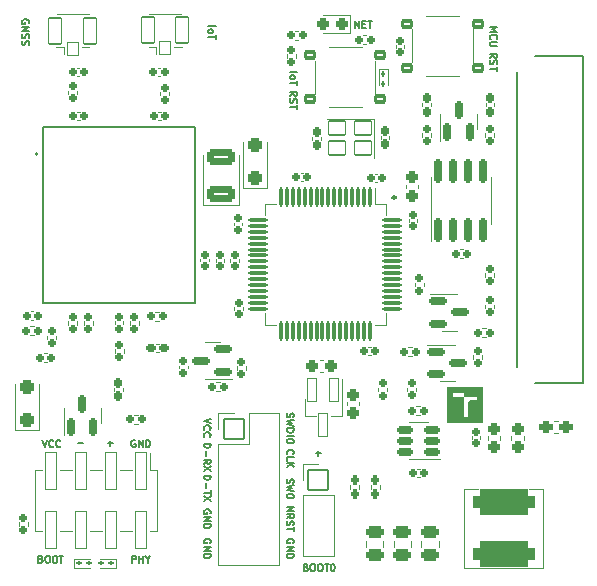
<source format=gbr>
%TF.GenerationSoftware,KiCad,Pcbnew,(7.0.0)*%
%TF.CreationDate,2023-03-16T22:42:37+01:00*%
%TF.ProjectId,iot_diagnostic_tool,696f745f-6469-4616-976e-6f737469635f,rev?*%
%TF.SameCoordinates,Original*%
%TF.FileFunction,Legend,Top*%
%TF.FilePolarity,Positive*%
%FSLAX46Y46*%
G04 Gerber Fmt 4.6, Leading zero omitted, Abs format (unit mm)*
G04 Created by KiCad (PCBNEW (7.0.0)) date 2023-03-16 22:42:37*
%MOMM*%
%LPD*%
G01*
G04 APERTURE LIST*
G04 Aperture macros list*
%AMRoundRect*
0 Rectangle with rounded corners*
0 $1 Rounding radius*
0 $2 $3 $4 $5 $6 $7 $8 $9 X,Y pos of 4 corners*
0 Add a 4 corners polygon primitive as box body*
4,1,4,$2,$3,$4,$5,$6,$7,$8,$9,$2,$3,0*
0 Add four circle primitives for the rounded corners*
1,1,$1+$1,$2,$3*
1,1,$1+$1,$4,$5*
1,1,$1+$1,$6,$7*
1,1,$1+$1,$8,$9*
0 Add four rect primitives between the rounded corners*
20,1,$1+$1,$2,$3,$4,$5,0*
20,1,$1+$1,$4,$5,$6,$7,0*
20,1,$1+$1,$6,$7,$8,$9,0*
20,1,$1+$1,$8,$9,$2,$3,0*%
G04 Aperture macros list end*
%ADD10C,0.275000*%
%ADD11C,0.150000*%
%ADD12C,0.120000*%
%ADD13C,0.127000*%
%ADD14C,0.200000*%
%ADD15C,0.711200*%
%ADD16C,0.836200*%
%ADD17C,0.010000*%
%ADD18RoundRect,0.185000X0.135000X0.185000X-0.135000X0.185000X-0.135000X-0.185000X0.135000X-0.185000X0*%
%ADD19RoundRect,0.185000X0.185000X-0.135000X0.185000X0.135000X-0.185000X0.135000X-0.185000X-0.135000X0*%
%ADD20RoundRect,0.185000X-0.135000X-0.185000X0.135000X-0.185000X0.135000X0.185000X-0.135000X0.185000X0*%
%ADD21RoundRect,0.268750X0.218750X0.256250X-0.218750X0.256250X-0.218750X-0.256250X0.218750X-0.256250X0*%
%ADD22RoundRect,0.190000X-0.140000X-0.170000X0.140000X-0.170000X0.140000X0.170000X-0.140000X0.170000X0*%
%ADD23RoundRect,0.190000X-0.170000X0.140000X-0.170000X-0.140000X0.170000X-0.140000X0.170000X0.140000X0*%
%ADD24RoundRect,0.190000X0.140000X0.170000X-0.140000X0.170000X-0.140000X-0.170000X0.140000X-0.170000X0*%
%ADD25RoundRect,0.050000X-0.400000X0.950000X-0.400000X-0.950000X0.400000X-0.950000X0.400000X0.950000X0*%
%ADD26RoundRect,0.205000X-0.155000X0.212500X-0.155000X-0.212500X0.155000X-0.212500X0.155000X0.212500X0*%
%ADD27RoundRect,0.205000X0.155000X-0.212500X0.155000X0.212500X-0.155000X0.212500X-0.155000X-0.212500X0*%
%ADD28RoundRect,0.275000X0.250000X-0.225000X0.250000X0.225000X-0.250000X0.225000X-0.250000X-0.225000X0*%
%ADD29RoundRect,0.575000X2.025000X-0.525000X2.025000X0.525000X-2.025000X0.525000X-2.025000X-0.525000X0*%
%ADD30RoundRect,0.050000X0.500000X-0.525000X0.500000X0.525000X-0.500000X0.525000X-0.500000X-0.525000X0*%
%ADD31RoundRect,0.050000X0.525000X-1.100000X0.525000X1.100000X-0.525000X1.100000X-0.525000X-1.100000X0*%
%ADD32RoundRect,0.185000X-0.185000X0.135000X-0.185000X-0.135000X0.185000X-0.135000X0.185000X0.135000X0*%
%ADD33RoundRect,0.210000X0.160000X-0.197500X0.160000X0.197500X-0.160000X0.197500X-0.160000X-0.197500X0*%
%ADD34RoundRect,0.190000X0.170000X-0.140000X0.170000X0.140000X-0.170000X0.140000X-0.170000X-0.140000X0*%
%ADD35RoundRect,0.112500X-0.117500X-0.062500X0.117500X-0.062500X0.117500X0.062500X-0.117500X0.062500X0*%
%ADD36RoundRect,0.200000X0.150000X-0.587500X0.150000X0.587500X-0.150000X0.587500X-0.150000X-0.587500X0*%
%ADD37RoundRect,0.050000X-0.500000X1.575000X-0.500000X-1.575000X0.500000X-1.575000X0.500000X1.575000X0*%
%ADD38RoundRect,0.162500X-0.387500X-0.262500X0.387500X-0.262500X0.387500X0.262500X-0.387500X0.262500X0*%
%ADD39C,1.370000*%
%ADD40RoundRect,0.275000X-0.250000X0.225000X-0.250000X-0.225000X0.250000X-0.225000X0.250000X0.225000X0*%
%ADD41RoundRect,0.300000X0.475000X-0.250000X0.475000X0.250000X-0.475000X0.250000X-0.475000X-0.250000X0*%
%ADD42RoundRect,0.050000X-0.850000X-0.850000X0.850000X-0.850000X0.850000X0.850000X-0.850000X0.850000X0*%
%ADD43O,1.800000X1.800000*%
%ADD44RoundRect,0.200000X-0.587500X-0.150000X0.587500X-0.150000X0.587500X0.150000X-0.587500X0.150000X0*%
%ADD45RoundRect,0.287500X0.287500X0.237500X-0.287500X0.237500X-0.287500X-0.237500X0.287500X-0.237500X0*%
%ADD46RoundRect,0.200000X0.587500X0.150000X-0.587500X0.150000X-0.587500X-0.150000X0.587500X-0.150000X0*%
%ADD47RoundRect,0.112500X0.117500X0.062500X-0.117500X0.062500X-0.117500X-0.062500X0.117500X-0.062500X0*%
%ADD48RoundRect,0.300000X0.300000X-0.300000X0.300000X0.300000X-0.300000X0.300000X-0.300000X-0.300000X0*%
%ADD49RoundRect,0.205000X-0.212500X-0.155000X0.212500X-0.155000X0.212500X0.155000X-0.212500X0.155000X0*%
%ADD50RoundRect,0.125000X-0.075000X0.700000X-0.075000X-0.700000X0.075000X-0.700000X0.075000X0.700000X0*%
%ADD51RoundRect,0.125000X-0.700000X0.075000X-0.700000X-0.075000X0.700000X-0.075000X0.700000X0.075000X0*%
%ADD52RoundRect,0.050000X0.700000X0.600000X-0.700000X0.600000X-0.700000X-0.600000X0.700000X-0.600000X0*%
%ADD53RoundRect,0.200000X0.512500X0.150000X-0.512500X0.150000X-0.512500X-0.150000X0.512500X-0.150000X0*%
%ADD54RoundRect,0.200000X0.150000X-0.825000X0.150000X0.825000X-0.150000X0.825000X-0.150000X-0.825000X0*%
%ADD55RoundRect,0.112500X0.062500X-0.117500X0.062500X0.117500X-0.062500X0.117500X-0.062500X-0.117500X0*%
%ADD56RoundRect,0.162500X0.387500X0.262500X-0.387500X0.262500X-0.387500X-0.262500X0.387500X-0.262500X0*%
%ADD57RoundRect,0.275000X-0.225000X-0.250000X0.225000X-0.250000X0.225000X0.250000X-0.225000X0.250000X0*%
%ADD58RoundRect,0.300000X0.925000X-0.412500X0.925000X0.412500X-0.925000X0.412500X-0.925000X-0.412500X0*%
%ADD59RoundRect,0.210000X-0.160000X0.197500X-0.160000X-0.197500X0.160000X-0.197500X0.160000X0.197500X0*%
%ADD60C,0.800000*%
G04 APERTURE END LIST*
D10*
X160087500Y-86700000D02*
G75*
G03*
X160087500Y-86700000I-137500J0D01*
G01*
D11*
X153757142Y-108359142D02*
X153300000Y-108359142D01*
X153528571Y-108130571D02*
X153528571Y-108587714D01*
X129002000Y-71957142D02*
X129030571Y-71900000D01*
X129030571Y-71900000D02*
X129030571Y-71814285D01*
X129030571Y-71814285D02*
X129002000Y-71728571D01*
X129002000Y-71728571D02*
X128944857Y-71671428D01*
X128944857Y-71671428D02*
X128887714Y-71642857D01*
X128887714Y-71642857D02*
X128773428Y-71614285D01*
X128773428Y-71614285D02*
X128687714Y-71614285D01*
X128687714Y-71614285D02*
X128573428Y-71642857D01*
X128573428Y-71642857D02*
X128516285Y-71671428D01*
X128516285Y-71671428D02*
X128459142Y-71728571D01*
X128459142Y-71728571D02*
X128430571Y-71814285D01*
X128430571Y-71814285D02*
X128430571Y-71871428D01*
X128430571Y-71871428D02*
X128459142Y-71957142D01*
X128459142Y-71957142D02*
X128487714Y-71985714D01*
X128487714Y-71985714D02*
X128687714Y-71985714D01*
X128687714Y-71985714D02*
X128687714Y-71871428D01*
X128430571Y-72242857D02*
X129030571Y-72242857D01*
X129030571Y-72242857D02*
X128430571Y-72585714D01*
X128430571Y-72585714D02*
X129030571Y-72585714D01*
X128459142Y-72842856D02*
X128430571Y-72928571D01*
X128430571Y-72928571D02*
X128430571Y-73071428D01*
X128430571Y-73071428D02*
X128459142Y-73128571D01*
X128459142Y-73128571D02*
X128487714Y-73157142D01*
X128487714Y-73157142D02*
X128544857Y-73185713D01*
X128544857Y-73185713D02*
X128602000Y-73185713D01*
X128602000Y-73185713D02*
X128659142Y-73157142D01*
X128659142Y-73157142D02*
X128687714Y-73128571D01*
X128687714Y-73128571D02*
X128716285Y-73071428D01*
X128716285Y-73071428D02*
X128744857Y-72957142D01*
X128744857Y-72957142D02*
X128773428Y-72899999D01*
X128773428Y-72899999D02*
X128802000Y-72871428D01*
X128802000Y-72871428D02*
X128859142Y-72842856D01*
X128859142Y-72842856D02*
X128916285Y-72842856D01*
X128916285Y-72842856D02*
X128973428Y-72871428D01*
X128973428Y-72871428D02*
X129002000Y-72899999D01*
X129002000Y-72899999D02*
X129030571Y-72957142D01*
X129030571Y-72957142D02*
X129030571Y-73099999D01*
X129030571Y-73099999D02*
X129002000Y-73185713D01*
X128459142Y-73414285D02*
X128430571Y-73500000D01*
X128430571Y-73500000D02*
X128430571Y-73642857D01*
X128430571Y-73642857D02*
X128459142Y-73700000D01*
X128459142Y-73700000D02*
X128487714Y-73728571D01*
X128487714Y-73728571D02*
X128544857Y-73757142D01*
X128544857Y-73757142D02*
X128602000Y-73757142D01*
X128602000Y-73757142D02*
X128659142Y-73728571D01*
X128659142Y-73728571D02*
X128687714Y-73700000D01*
X128687714Y-73700000D02*
X128716285Y-73642857D01*
X128716285Y-73642857D02*
X128744857Y-73528571D01*
X128744857Y-73528571D02*
X128773428Y-73471428D01*
X128773428Y-73471428D02*
X128802000Y-73442857D01*
X128802000Y-73442857D02*
X128859142Y-73414285D01*
X128859142Y-73414285D02*
X128916285Y-73414285D01*
X128916285Y-73414285D02*
X128973428Y-73442857D01*
X128973428Y-73442857D02*
X129002000Y-73471428D01*
X129002000Y-73471428D02*
X129030571Y-73528571D01*
X129030571Y-73528571D02*
X129030571Y-73671428D01*
X129030571Y-73671428D02*
X129002000Y-73757142D01*
X144230571Y-72192857D02*
X144830571Y-72192857D01*
X144230571Y-72564285D02*
X144259142Y-72507142D01*
X144259142Y-72507142D02*
X144287714Y-72478571D01*
X144287714Y-72478571D02*
X144344857Y-72449999D01*
X144344857Y-72449999D02*
X144516285Y-72449999D01*
X144516285Y-72449999D02*
X144573428Y-72478571D01*
X144573428Y-72478571D02*
X144602000Y-72507142D01*
X144602000Y-72507142D02*
X144630571Y-72564285D01*
X144630571Y-72564285D02*
X144630571Y-72649999D01*
X144630571Y-72649999D02*
X144602000Y-72707142D01*
X144602000Y-72707142D02*
X144573428Y-72735714D01*
X144573428Y-72735714D02*
X144516285Y-72764285D01*
X144516285Y-72764285D02*
X144344857Y-72764285D01*
X144344857Y-72764285D02*
X144287714Y-72735714D01*
X144287714Y-72735714D02*
X144259142Y-72707142D01*
X144259142Y-72707142D02*
X144230571Y-72649999D01*
X144230571Y-72649999D02*
X144230571Y-72564285D01*
X144830571Y-72935713D02*
X144830571Y-73278571D01*
X144230571Y-73107142D02*
X144830571Y-73107142D01*
X151130571Y-76092857D02*
X151730571Y-76092857D01*
X151130571Y-76464285D02*
X151159142Y-76407142D01*
X151159142Y-76407142D02*
X151187714Y-76378571D01*
X151187714Y-76378571D02*
X151244857Y-76349999D01*
X151244857Y-76349999D02*
X151416285Y-76349999D01*
X151416285Y-76349999D02*
X151473428Y-76378571D01*
X151473428Y-76378571D02*
X151502000Y-76407142D01*
X151502000Y-76407142D02*
X151530571Y-76464285D01*
X151530571Y-76464285D02*
X151530571Y-76549999D01*
X151530571Y-76549999D02*
X151502000Y-76607142D01*
X151502000Y-76607142D02*
X151473428Y-76635714D01*
X151473428Y-76635714D02*
X151416285Y-76664285D01*
X151416285Y-76664285D02*
X151244857Y-76664285D01*
X151244857Y-76664285D02*
X151187714Y-76635714D01*
X151187714Y-76635714D02*
X151159142Y-76607142D01*
X151159142Y-76607142D02*
X151130571Y-76549999D01*
X151130571Y-76549999D02*
X151130571Y-76464285D01*
X151730571Y-76835713D02*
X151730571Y-77178571D01*
X151130571Y-77007142D02*
X151730571Y-77007142D01*
X151130571Y-78081428D02*
X151416285Y-77881428D01*
X151130571Y-77738571D02*
X151730571Y-77738571D01*
X151730571Y-77738571D02*
X151730571Y-77967142D01*
X151730571Y-77967142D02*
X151702000Y-78024285D01*
X151702000Y-78024285D02*
X151673428Y-78052856D01*
X151673428Y-78052856D02*
X151616285Y-78081428D01*
X151616285Y-78081428D02*
X151530571Y-78081428D01*
X151530571Y-78081428D02*
X151473428Y-78052856D01*
X151473428Y-78052856D02*
X151444857Y-78024285D01*
X151444857Y-78024285D02*
X151416285Y-77967142D01*
X151416285Y-77967142D02*
X151416285Y-77738571D01*
X151159142Y-78309999D02*
X151130571Y-78395714D01*
X151130571Y-78395714D02*
X151130571Y-78538571D01*
X151130571Y-78538571D02*
X151159142Y-78595714D01*
X151159142Y-78595714D02*
X151187714Y-78624285D01*
X151187714Y-78624285D02*
X151244857Y-78652856D01*
X151244857Y-78652856D02*
X151302000Y-78652856D01*
X151302000Y-78652856D02*
X151359142Y-78624285D01*
X151359142Y-78624285D02*
X151387714Y-78595714D01*
X151387714Y-78595714D02*
X151416285Y-78538571D01*
X151416285Y-78538571D02*
X151444857Y-78424285D01*
X151444857Y-78424285D02*
X151473428Y-78367142D01*
X151473428Y-78367142D02*
X151502000Y-78338571D01*
X151502000Y-78338571D02*
X151559142Y-78309999D01*
X151559142Y-78309999D02*
X151616285Y-78309999D01*
X151616285Y-78309999D02*
X151673428Y-78338571D01*
X151673428Y-78338571D02*
X151702000Y-78367142D01*
X151702000Y-78367142D02*
X151730571Y-78424285D01*
X151730571Y-78424285D02*
X151730571Y-78567142D01*
X151730571Y-78567142D02*
X151702000Y-78652856D01*
X151730571Y-78824285D02*
X151730571Y-79167143D01*
X151130571Y-78995714D02*
X151730571Y-78995714D01*
X168080571Y-72242857D02*
X168680571Y-72242857D01*
X168680571Y-72242857D02*
X168252000Y-72442857D01*
X168252000Y-72442857D02*
X168680571Y-72642857D01*
X168680571Y-72642857D02*
X168080571Y-72642857D01*
X168137714Y-73271428D02*
X168109142Y-73242856D01*
X168109142Y-73242856D02*
X168080571Y-73157142D01*
X168080571Y-73157142D02*
X168080571Y-73099999D01*
X168080571Y-73099999D02*
X168109142Y-73014285D01*
X168109142Y-73014285D02*
X168166285Y-72957142D01*
X168166285Y-72957142D02*
X168223428Y-72928571D01*
X168223428Y-72928571D02*
X168337714Y-72899999D01*
X168337714Y-72899999D02*
X168423428Y-72899999D01*
X168423428Y-72899999D02*
X168537714Y-72928571D01*
X168537714Y-72928571D02*
X168594857Y-72957142D01*
X168594857Y-72957142D02*
X168652000Y-73014285D01*
X168652000Y-73014285D02*
X168680571Y-73099999D01*
X168680571Y-73099999D02*
X168680571Y-73157142D01*
X168680571Y-73157142D02*
X168652000Y-73242856D01*
X168652000Y-73242856D02*
X168623428Y-73271428D01*
X168680571Y-73528571D02*
X168194857Y-73528571D01*
X168194857Y-73528571D02*
X168137714Y-73557142D01*
X168137714Y-73557142D02*
X168109142Y-73585714D01*
X168109142Y-73585714D02*
X168080571Y-73642856D01*
X168080571Y-73642856D02*
X168080571Y-73757142D01*
X168080571Y-73757142D02*
X168109142Y-73814285D01*
X168109142Y-73814285D02*
X168137714Y-73842856D01*
X168137714Y-73842856D02*
X168194857Y-73871428D01*
X168194857Y-73871428D02*
X168680571Y-73871428D01*
X168080571Y-74859999D02*
X168366285Y-74659999D01*
X168080571Y-74517142D02*
X168680571Y-74517142D01*
X168680571Y-74517142D02*
X168680571Y-74745713D01*
X168680571Y-74745713D02*
X168652000Y-74802856D01*
X168652000Y-74802856D02*
X168623428Y-74831427D01*
X168623428Y-74831427D02*
X168566285Y-74859999D01*
X168566285Y-74859999D02*
X168480571Y-74859999D01*
X168480571Y-74859999D02*
X168423428Y-74831427D01*
X168423428Y-74831427D02*
X168394857Y-74802856D01*
X168394857Y-74802856D02*
X168366285Y-74745713D01*
X168366285Y-74745713D02*
X168366285Y-74517142D01*
X168109142Y-75088570D02*
X168080571Y-75174285D01*
X168080571Y-75174285D02*
X168080571Y-75317142D01*
X168080571Y-75317142D02*
X168109142Y-75374285D01*
X168109142Y-75374285D02*
X168137714Y-75402856D01*
X168137714Y-75402856D02*
X168194857Y-75431427D01*
X168194857Y-75431427D02*
X168252000Y-75431427D01*
X168252000Y-75431427D02*
X168309142Y-75402856D01*
X168309142Y-75402856D02*
X168337714Y-75374285D01*
X168337714Y-75374285D02*
X168366285Y-75317142D01*
X168366285Y-75317142D02*
X168394857Y-75202856D01*
X168394857Y-75202856D02*
X168423428Y-75145713D01*
X168423428Y-75145713D02*
X168452000Y-75117142D01*
X168452000Y-75117142D02*
X168509142Y-75088570D01*
X168509142Y-75088570D02*
X168566285Y-75088570D01*
X168566285Y-75088570D02*
X168623428Y-75117142D01*
X168623428Y-75117142D02*
X168652000Y-75145713D01*
X168652000Y-75145713D02*
X168680571Y-75202856D01*
X168680571Y-75202856D02*
X168680571Y-75345713D01*
X168680571Y-75345713D02*
X168652000Y-75431427D01*
X168680571Y-75602856D02*
X168680571Y-75945714D01*
X168080571Y-75774285D02*
X168680571Y-75774285D01*
X152492857Y-118015142D02*
X152578571Y-118043714D01*
X152578571Y-118043714D02*
X152607142Y-118072285D01*
X152607142Y-118072285D02*
X152635714Y-118129428D01*
X152635714Y-118129428D02*
X152635714Y-118215142D01*
X152635714Y-118215142D02*
X152607142Y-118272285D01*
X152607142Y-118272285D02*
X152578571Y-118300857D01*
X152578571Y-118300857D02*
X152521428Y-118329428D01*
X152521428Y-118329428D02*
X152292857Y-118329428D01*
X152292857Y-118329428D02*
X152292857Y-117729428D01*
X152292857Y-117729428D02*
X152492857Y-117729428D01*
X152492857Y-117729428D02*
X152550000Y-117758000D01*
X152550000Y-117758000D02*
X152578571Y-117786571D01*
X152578571Y-117786571D02*
X152607142Y-117843714D01*
X152607142Y-117843714D02*
X152607142Y-117900857D01*
X152607142Y-117900857D02*
X152578571Y-117958000D01*
X152578571Y-117958000D02*
X152550000Y-117986571D01*
X152550000Y-117986571D02*
X152492857Y-118015142D01*
X152492857Y-118015142D02*
X152292857Y-118015142D01*
X153007142Y-117729428D02*
X153121428Y-117729428D01*
X153121428Y-117729428D02*
X153178571Y-117758000D01*
X153178571Y-117758000D02*
X153235714Y-117815142D01*
X153235714Y-117815142D02*
X153264285Y-117929428D01*
X153264285Y-117929428D02*
X153264285Y-118129428D01*
X153264285Y-118129428D02*
X153235714Y-118243714D01*
X153235714Y-118243714D02*
X153178571Y-118300857D01*
X153178571Y-118300857D02*
X153121428Y-118329428D01*
X153121428Y-118329428D02*
X153007142Y-118329428D01*
X153007142Y-118329428D02*
X152950000Y-118300857D01*
X152950000Y-118300857D02*
X152892857Y-118243714D01*
X152892857Y-118243714D02*
X152864285Y-118129428D01*
X152864285Y-118129428D02*
X152864285Y-117929428D01*
X152864285Y-117929428D02*
X152892857Y-117815142D01*
X152892857Y-117815142D02*
X152950000Y-117758000D01*
X152950000Y-117758000D02*
X153007142Y-117729428D01*
X153635713Y-117729428D02*
X153749999Y-117729428D01*
X153749999Y-117729428D02*
X153807142Y-117758000D01*
X153807142Y-117758000D02*
X153864285Y-117815142D01*
X153864285Y-117815142D02*
X153892856Y-117929428D01*
X153892856Y-117929428D02*
X153892856Y-118129428D01*
X153892856Y-118129428D02*
X153864285Y-118243714D01*
X153864285Y-118243714D02*
X153807142Y-118300857D01*
X153807142Y-118300857D02*
X153749999Y-118329428D01*
X153749999Y-118329428D02*
X153635713Y-118329428D01*
X153635713Y-118329428D02*
X153578571Y-118300857D01*
X153578571Y-118300857D02*
X153521428Y-118243714D01*
X153521428Y-118243714D02*
X153492856Y-118129428D01*
X153492856Y-118129428D02*
X153492856Y-117929428D01*
X153492856Y-117929428D02*
X153521428Y-117815142D01*
X153521428Y-117815142D02*
X153578571Y-117758000D01*
X153578571Y-117758000D02*
X153635713Y-117729428D01*
X154064284Y-117729428D02*
X154407142Y-117729428D01*
X154235713Y-118329428D02*
X154235713Y-117729428D01*
X154721427Y-117729428D02*
X154778570Y-117729428D01*
X154778570Y-117729428D02*
X154835713Y-117758000D01*
X154835713Y-117758000D02*
X154864285Y-117786571D01*
X154864285Y-117786571D02*
X154892856Y-117843714D01*
X154892856Y-117843714D02*
X154921427Y-117958000D01*
X154921427Y-117958000D02*
X154921427Y-118100857D01*
X154921427Y-118100857D02*
X154892856Y-118215142D01*
X154892856Y-118215142D02*
X154864285Y-118272285D01*
X154864285Y-118272285D02*
X154835713Y-118300857D01*
X154835713Y-118300857D02*
X154778570Y-118329428D01*
X154778570Y-118329428D02*
X154721427Y-118329428D01*
X154721427Y-118329428D02*
X154664285Y-118300857D01*
X154664285Y-118300857D02*
X154635713Y-118272285D01*
X154635713Y-118272285D02*
X154607142Y-118215142D01*
X154607142Y-118215142D02*
X154578570Y-118100857D01*
X154578570Y-118100857D02*
X154578570Y-117958000D01*
X154578570Y-117958000D02*
X154607142Y-117843714D01*
X154607142Y-117843714D02*
X154635713Y-117786571D01*
X154635713Y-117786571D02*
X154664285Y-117758000D01*
X154664285Y-117758000D02*
X154721427Y-117729428D01*
X156642857Y-72319428D02*
X156642857Y-71719428D01*
X156642857Y-71719428D02*
X156985714Y-72319428D01*
X156985714Y-72319428D02*
X156985714Y-71719428D01*
X157271428Y-72005142D02*
X157471428Y-72005142D01*
X157557142Y-72319428D02*
X157271428Y-72319428D01*
X157271428Y-72319428D02*
X157271428Y-71719428D01*
X157271428Y-71719428D02*
X157557142Y-71719428D01*
X157728570Y-71719428D02*
X158071428Y-71719428D01*
X157899999Y-72319428D02*
X157899999Y-71719428D01*
X130157142Y-107219428D02*
X130357142Y-107819428D01*
X130357142Y-107819428D02*
X130557142Y-107219428D01*
X131100000Y-107762285D02*
X131071428Y-107790857D01*
X131071428Y-107790857D02*
X130985714Y-107819428D01*
X130985714Y-107819428D02*
X130928571Y-107819428D01*
X130928571Y-107819428D02*
X130842857Y-107790857D01*
X130842857Y-107790857D02*
X130785714Y-107733714D01*
X130785714Y-107733714D02*
X130757143Y-107676571D01*
X130757143Y-107676571D02*
X130728571Y-107562285D01*
X130728571Y-107562285D02*
X130728571Y-107476571D01*
X130728571Y-107476571D02*
X130757143Y-107362285D01*
X130757143Y-107362285D02*
X130785714Y-107305142D01*
X130785714Y-107305142D02*
X130842857Y-107248000D01*
X130842857Y-107248000D02*
X130928571Y-107219428D01*
X130928571Y-107219428D02*
X130985714Y-107219428D01*
X130985714Y-107219428D02*
X131071428Y-107248000D01*
X131071428Y-107248000D02*
X131100000Y-107276571D01*
X131700000Y-107762285D02*
X131671428Y-107790857D01*
X131671428Y-107790857D02*
X131585714Y-107819428D01*
X131585714Y-107819428D02*
X131528571Y-107819428D01*
X131528571Y-107819428D02*
X131442857Y-107790857D01*
X131442857Y-107790857D02*
X131385714Y-107733714D01*
X131385714Y-107733714D02*
X131357143Y-107676571D01*
X131357143Y-107676571D02*
X131328571Y-107562285D01*
X131328571Y-107562285D02*
X131328571Y-107476571D01*
X131328571Y-107476571D02*
X131357143Y-107362285D01*
X131357143Y-107362285D02*
X131385714Y-107305142D01*
X131385714Y-107305142D02*
X131442857Y-107248000D01*
X131442857Y-107248000D02*
X131528571Y-107219428D01*
X131528571Y-107219428D02*
X131585714Y-107219428D01*
X131585714Y-107219428D02*
X131671428Y-107248000D01*
X131671428Y-107248000D02*
X131700000Y-107276571D01*
X150912714Y-108435714D02*
X150884142Y-108407142D01*
X150884142Y-108407142D02*
X150855571Y-108321428D01*
X150855571Y-108321428D02*
X150855571Y-108264285D01*
X150855571Y-108264285D02*
X150884142Y-108178571D01*
X150884142Y-108178571D02*
X150941285Y-108121428D01*
X150941285Y-108121428D02*
X150998428Y-108092857D01*
X150998428Y-108092857D02*
X151112714Y-108064285D01*
X151112714Y-108064285D02*
X151198428Y-108064285D01*
X151198428Y-108064285D02*
X151312714Y-108092857D01*
X151312714Y-108092857D02*
X151369857Y-108121428D01*
X151369857Y-108121428D02*
X151427000Y-108178571D01*
X151427000Y-108178571D02*
X151455571Y-108264285D01*
X151455571Y-108264285D02*
X151455571Y-108321428D01*
X151455571Y-108321428D02*
X151427000Y-108407142D01*
X151427000Y-108407142D02*
X151398428Y-108435714D01*
X150855571Y-108978571D02*
X150855571Y-108692857D01*
X150855571Y-108692857D02*
X151455571Y-108692857D01*
X150855571Y-109178571D02*
X151455571Y-109178571D01*
X150855571Y-109521428D02*
X151198428Y-109264285D01*
X151455571Y-109521428D02*
X151112714Y-109178571D01*
X144430571Y-105407142D02*
X143830571Y-105607142D01*
X143830571Y-105607142D02*
X144430571Y-105807142D01*
X143887714Y-106350000D02*
X143859142Y-106321428D01*
X143859142Y-106321428D02*
X143830571Y-106235714D01*
X143830571Y-106235714D02*
X143830571Y-106178571D01*
X143830571Y-106178571D02*
X143859142Y-106092857D01*
X143859142Y-106092857D02*
X143916285Y-106035714D01*
X143916285Y-106035714D02*
X143973428Y-106007143D01*
X143973428Y-106007143D02*
X144087714Y-105978571D01*
X144087714Y-105978571D02*
X144173428Y-105978571D01*
X144173428Y-105978571D02*
X144287714Y-106007143D01*
X144287714Y-106007143D02*
X144344857Y-106035714D01*
X144344857Y-106035714D02*
X144402000Y-106092857D01*
X144402000Y-106092857D02*
X144430571Y-106178571D01*
X144430571Y-106178571D02*
X144430571Y-106235714D01*
X144430571Y-106235714D02*
X144402000Y-106321428D01*
X144402000Y-106321428D02*
X144373428Y-106350000D01*
X143887714Y-106950000D02*
X143859142Y-106921428D01*
X143859142Y-106921428D02*
X143830571Y-106835714D01*
X143830571Y-106835714D02*
X143830571Y-106778571D01*
X143830571Y-106778571D02*
X143859142Y-106692857D01*
X143859142Y-106692857D02*
X143916285Y-106635714D01*
X143916285Y-106635714D02*
X143973428Y-106607143D01*
X143973428Y-106607143D02*
X144087714Y-106578571D01*
X144087714Y-106578571D02*
X144173428Y-106578571D01*
X144173428Y-106578571D02*
X144287714Y-106607143D01*
X144287714Y-106607143D02*
X144344857Y-106635714D01*
X144344857Y-106635714D02*
X144402000Y-106692857D01*
X144402000Y-106692857D02*
X144430571Y-106778571D01*
X144430571Y-106778571D02*
X144430571Y-106835714D01*
X144430571Y-106835714D02*
X144402000Y-106921428D01*
X144402000Y-106921428D02*
X144373428Y-106950000D01*
X144402000Y-113432142D02*
X144430571Y-113375000D01*
X144430571Y-113375000D02*
X144430571Y-113289285D01*
X144430571Y-113289285D02*
X144402000Y-113203571D01*
X144402000Y-113203571D02*
X144344857Y-113146428D01*
X144344857Y-113146428D02*
X144287714Y-113117857D01*
X144287714Y-113117857D02*
X144173428Y-113089285D01*
X144173428Y-113089285D02*
X144087714Y-113089285D01*
X144087714Y-113089285D02*
X143973428Y-113117857D01*
X143973428Y-113117857D02*
X143916285Y-113146428D01*
X143916285Y-113146428D02*
X143859142Y-113203571D01*
X143859142Y-113203571D02*
X143830571Y-113289285D01*
X143830571Y-113289285D02*
X143830571Y-113346428D01*
X143830571Y-113346428D02*
X143859142Y-113432142D01*
X143859142Y-113432142D02*
X143887714Y-113460714D01*
X143887714Y-113460714D02*
X144087714Y-113460714D01*
X144087714Y-113460714D02*
X144087714Y-113346428D01*
X143830571Y-113717857D02*
X144430571Y-113717857D01*
X144430571Y-113717857D02*
X143830571Y-114060714D01*
X143830571Y-114060714D02*
X144430571Y-114060714D01*
X143830571Y-114346428D02*
X144430571Y-114346428D01*
X144430571Y-114346428D02*
X144430571Y-114489285D01*
X144430571Y-114489285D02*
X144402000Y-114574999D01*
X144402000Y-114574999D02*
X144344857Y-114632142D01*
X144344857Y-114632142D02*
X144287714Y-114660713D01*
X144287714Y-114660713D02*
X144173428Y-114689285D01*
X144173428Y-114689285D02*
X144087714Y-114689285D01*
X144087714Y-114689285D02*
X143973428Y-114660713D01*
X143973428Y-114660713D02*
X143916285Y-114632142D01*
X143916285Y-114632142D02*
X143859142Y-114574999D01*
X143859142Y-114574999D02*
X143830571Y-114489285D01*
X143830571Y-114489285D02*
X143830571Y-114346428D01*
X136157142Y-107509142D02*
X135700000Y-107509142D01*
X135928571Y-107280571D02*
X135928571Y-107737714D01*
X133614285Y-107509142D02*
X133157143Y-107509142D01*
X143830571Y-110242857D02*
X144430571Y-110242857D01*
X144430571Y-110242857D02*
X144430571Y-110385714D01*
X144430571Y-110385714D02*
X144402000Y-110471428D01*
X144402000Y-110471428D02*
X144344857Y-110528571D01*
X144344857Y-110528571D02*
X144287714Y-110557142D01*
X144287714Y-110557142D02*
X144173428Y-110585714D01*
X144173428Y-110585714D02*
X144087714Y-110585714D01*
X144087714Y-110585714D02*
X143973428Y-110557142D01*
X143973428Y-110557142D02*
X143916285Y-110528571D01*
X143916285Y-110528571D02*
X143859142Y-110471428D01*
X143859142Y-110471428D02*
X143830571Y-110385714D01*
X143830571Y-110385714D02*
X143830571Y-110242857D01*
X144059142Y-110842857D02*
X144059142Y-111300000D01*
X144430571Y-111499999D02*
X144430571Y-111842857D01*
X143830571Y-111671428D02*
X144430571Y-111671428D01*
X144430571Y-111985714D02*
X143830571Y-112385714D01*
X144430571Y-112385714D02*
X143830571Y-111985714D01*
X137742857Y-117619428D02*
X137742857Y-117019428D01*
X137742857Y-117019428D02*
X137971428Y-117019428D01*
X137971428Y-117019428D02*
X138028571Y-117048000D01*
X138028571Y-117048000D02*
X138057142Y-117076571D01*
X138057142Y-117076571D02*
X138085714Y-117133714D01*
X138085714Y-117133714D02*
X138085714Y-117219428D01*
X138085714Y-117219428D02*
X138057142Y-117276571D01*
X138057142Y-117276571D02*
X138028571Y-117305142D01*
X138028571Y-117305142D02*
X137971428Y-117333714D01*
X137971428Y-117333714D02*
X137742857Y-117333714D01*
X138342857Y-117619428D02*
X138342857Y-117019428D01*
X138342857Y-117305142D02*
X138685714Y-117305142D01*
X138685714Y-117619428D02*
X138685714Y-117019428D01*
X139085713Y-117333714D02*
X139085713Y-117619428D01*
X138885713Y-117019428D02*
X139085713Y-117333714D01*
X139085713Y-117333714D02*
X139285713Y-117019428D01*
X143830571Y-107542857D02*
X144430571Y-107542857D01*
X144430571Y-107542857D02*
X144430571Y-107685714D01*
X144430571Y-107685714D02*
X144402000Y-107771428D01*
X144402000Y-107771428D02*
X144344857Y-107828571D01*
X144344857Y-107828571D02*
X144287714Y-107857142D01*
X144287714Y-107857142D02*
X144173428Y-107885714D01*
X144173428Y-107885714D02*
X144087714Y-107885714D01*
X144087714Y-107885714D02*
X143973428Y-107857142D01*
X143973428Y-107857142D02*
X143916285Y-107828571D01*
X143916285Y-107828571D02*
X143859142Y-107771428D01*
X143859142Y-107771428D02*
X143830571Y-107685714D01*
X143830571Y-107685714D02*
X143830571Y-107542857D01*
X144059142Y-108142857D02*
X144059142Y-108600000D01*
X143830571Y-109228571D02*
X144116285Y-109028571D01*
X143830571Y-108885714D02*
X144430571Y-108885714D01*
X144430571Y-108885714D02*
X144430571Y-109114285D01*
X144430571Y-109114285D02*
X144402000Y-109171428D01*
X144402000Y-109171428D02*
X144373428Y-109199999D01*
X144373428Y-109199999D02*
X144316285Y-109228571D01*
X144316285Y-109228571D02*
X144230571Y-109228571D01*
X144230571Y-109228571D02*
X144173428Y-109199999D01*
X144173428Y-109199999D02*
X144144857Y-109171428D01*
X144144857Y-109171428D02*
X144116285Y-109114285D01*
X144116285Y-109114285D02*
X144116285Y-108885714D01*
X144430571Y-109428571D02*
X143830571Y-109828571D01*
X144430571Y-109828571D02*
X143830571Y-109428571D01*
X151427000Y-115957142D02*
X151455571Y-115900000D01*
X151455571Y-115900000D02*
X151455571Y-115814285D01*
X151455571Y-115814285D02*
X151427000Y-115728571D01*
X151427000Y-115728571D02*
X151369857Y-115671428D01*
X151369857Y-115671428D02*
X151312714Y-115642857D01*
X151312714Y-115642857D02*
X151198428Y-115614285D01*
X151198428Y-115614285D02*
X151112714Y-115614285D01*
X151112714Y-115614285D02*
X150998428Y-115642857D01*
X150998428Y-115642857D02*
X150941285Y-115671428D01*
X150941285Y-115671428D02*
X150884142Y-115728571D01*
X150884142Y-115728571D02*
X150855571Y-115814285D01*
X150855571Y-115814285D02*
X150855571Y-115871428D01*
X150855571Y-115871428D02*
X150884142Y-115957142D01*
X150884142Y-115957142D02*
X150912714Y-115985714D01*
X150912714Y-115985714D02*
X151112714Y-115985714D01*
X151112714Y-115985714D02*
X151112714Y-115871428D01*
X150855571Y-116242857D02*
X151455571Y-116242857D01*
X151455571Y-116242857D02*
X150855571Y-116585714D01*
X150855571Y-116585714D02*
X151455571Y-116585714D01*
X150855571Y-116871428D02*
X151455571Y-116871428D01*
X151455571Y-116871428D02*
X151455571Y-117014285D01*
X151455571Y-117014285D02*
X151427000Y-117099999D01*
X151427000Y-117099999D02*
X151369857Y-117157142D01*
X151369857Y-117157142D02*
X151312714Y-117185713D01*
X151312714Y-117185713D02*
X151198428Y-117214285D01*
X151198428Y-117214285D02*
X151112714Y-117214285D01*
X151112714Y-117214285D02*
X150998428Y-117185713D01*
X150998428Y-117185713D02*
X150941285Y-117157142D01*
X150941285Y-117157142D02*
X150884142Y-117099999D01*
X150884142Y-117099999D02*
X150855571Y-117014285D01*
X150855571Y-117014285D02*
X150855571Y-116871428D01*
X150855571Y-112892857D02*
X151455571Y-112892857D01*
X151455571Y-112892857D02*
X150855571Y-113235714D01*
X150855571Y-113235714D02*
X151455571Y-113235714D01*
X150855571Y-113864285D02*
X151141285Y-113664285D01*
X150855571Y-113521428D02*
X151455571Y-113521428D01*
X151455571Y-113521428D02*
X151455571Y-113749999D01*
X151455571Y-113749999D02*
X151427000Y-113807142D01*
X151427000Y-113807142D02*
X151398428Y-113835713D01*
X151398428Y-113835713D02*
X151341285Y-113864285D01*
X151341285Y-113864285D02*
X151255571Y-113864285D01*
X151255571Y-113864285D02*
X151198428Y-113835713D01*
X151198428Y-113835713D02*
X151169857Y-113807142D01*
X151169857Y-113807142D02*
X151141285Y-113749999D01*
X151141285Y-113749999D02*
X151141285Y-113521428D01*
X150884142Y-114092856D02*
X150855571Y-114178571D01*
X150855571Y-114178571D02*
X150855571Y-114321428D01*
X150855571Y-114321428D02*
X150884142Y-114378571D01*
X150884142Y-114378571D02*
X150912714Y-114407142D01*
X150912714Y-114407142D02*
X150969857Y-114435713D01*
X150969857Y-114435713D02*
X151027000Y-114435713D01*
X151027000Y-114435713D02*
X151084142Y-114407142D01*
X151084142Y-114407142D02*
X151112714Y-114378571D01*
X151112714Y-114378571D02*
X151141285Y-114321428D01*
X151141285Y-114321428D02*
X151169857Y-114207142D01*
X151169857Y-114207142D02*
X151198428Y-114149999D01*
X151198428Y-114149999D02*
X151227000Y-114121428D01*
X151227000Y-114121428D02*
X151284142Y-114092856D01*
X151284142Y-114092856D02*
X151341285Y-114092856D01*
X151341285Y-114092856D02*
X151398428Y-114121428D01*
X151398428Y-114121428D02*
X151427000Y-114149999D01*
X151427000Y-114149999D02*
X151455571Y-114207142D01*
X151455571Y-114207142D02*
X151455571Y-114349999D01*
X151455571Y-114349999D02*
X151427000Y-114435713D01*
X151455571Y-114607142D02*
X151455571Y-114950000D01*
X150855571Y-114778571D02*
X151455571Y-114778571D01*
X150884142Y-104964285D02*
X150855571Y-105050000D01*
X150855571Y-105050000D02*
X150855571Y-105192857D01*
X150855571Y-105192857D02*
X150884142Y-105250000D01*
X150884142Y-105250000D02*
X150912714Y-105278571D01*
X150912714Y-105278571D02*
X150969857Y-105307142D01*
X150969857Y-105307142D02*
X151027000Y-105307142D01*
X151027000Y-105307142D02*
X151084142Y-105278571D01*
X151084142Y-105278571D02*
X151112714Y-105250000D01*
X151112714Y-105250000D02*
X151141285Y-105192857D01*
X151141285Y-105192857D02*
X151169857Y-105078571D01*
X151169857Y-105078571D02*
X151198428Y-105021428D01*
X151198428Y-105021428D02*
X151227000Y-104992857D01*
X151227000Y-104992857D02*
X151284142Y-104964285D01*
X151284142Y-104964285D02*
X151341285Y-104964285D01*
X151341285Y-104964285D02*
X151398428Y-104992857D01*
X151398428Y-104992857D02*
X151427000Y-105021428D01*
X151427000Y-105021428D02*
X151455571Y-105078571D01*
X151455571Y-105078571D02*
X151455571Y-105221428D01*
X151455571Y-105221428D02*
X151427000Y-105307142D01*
X151455571Y-105507143D02*
X150855571Y-105650000D01*
X150855571Y-105650000D02*
X151284142Y-105764286D01*
X151284142Y-105764286D02*
X150855571Y-105878571D01*
X150855571Y-105878571D02*
X151455571Y-106021429D01*
X150855571Y-106250000D02*
X151455571Y-106250000D01*
X151455571Y-106250000D02*
X151455571Y-106392857D01*
X151455571Y-106392857D02*
X151427000Y-106478571D01*
X151427000Y-106478571D02*
X151369857Y-106535714D01*
X151369857Y-106535714D02*
X151312714Y-106564285D01*
X151312714Y-106564285D02*
X151198428Y-106592857D01*
X151198428Y-106592857D02*
X151112714Y-106592857D01*
X151112714Y-106592857D02*
X150998428Y-106564285D01*
X150998428Y-106564285D02*
X150941285Y-106535714D01*
X150941285Y-106535714D02*
X150884142Y-106478571D01*
X150884142Y-106478571D02*
X150855571Y-106392857D01*
X150855571Y-106392857D02*
X150855571Y-106250000D01*
X150855571Y-106850000D02*
X151455571Y-106850000D01*
X151455571Y-107249999D02*
X151455571Y-107364285D01*
X151455571Y-107364285D02*
X151427000Y-107421428D01*
X151427000Y-107421428D02*
X151369857Y-107478571D01*
X151369857Y-107478571D02*
X151255571Y-107507142D01*
X151255571Y-107507142D02*
X151055571Y-107507142D01*
X151055571Y-107507142D02*
X150941285Y-107478571D01*
X150941285Y-107478571D02*
X150884142Y-107421428D01*
X150884142Y-107421428D02*
X150855571Y-107364285D01*
X150855571Y-107364285D02*
X150855571Y-107249999D01*
X150855571Y-107249999D02*
X150884142Y-107192857D01*
X150884142Y-107192857D02*
X150941285Y-107135714D01*
X150941285Y-107135714D02*
X151055571Y-107107142D01*
X151055571Y-107107142D02*
X151255571Y-107107142D01*
X151255571Y-107107142D02*
X151369857Y-107135714D01*
X151369857Y-107135714D02*
X151427000Y-107192857D01*
X151427000Y-107192857D02*
X151455571Y-107249999D01*
X150884142Y-110514285D02*
X150855571Y-110600000D01*
X150855571Y-110600000D02*
X150855571Y-110742857D01*
X150855571Y-110742857D02*
X150884142Y-110800000D01*
X150884142Y-110800000D02*
X150912714Y-110828571D01*
X150912714Y-110828571D02*
X150969857Y-110857142D01*
X150969857Y-110857142D02*
X151027000Y-110857142D01*
X151027000Y-110857142D02*
X151084142Y-110828571D01*
X151084142Y-110828571D02*
X151112714Y-110800000D01*
X151112714Y-110800000D02*
X151141285Y-110742857D01*
X151141285Y-110742857D02*
X151169857Y-110628571D01*
X151169857Y-110628571D02*
X151198428Y-110571428D01*
X151198428Y-110571428D02*
X151227000Y-110542857D01*
X151227000Y-110542857D02*
X151284142Y-110514285D01*
X151284142Y-110514285D02*
X151341285Y-110514285D01*
X151341285Y-110514285D02*
X151398428Y-110542857D01*
X151398428Y-110542857D02*
X151427000Y-110571428D01*
X151427000Y-110571428D02*
X151455571Y-110628571D01*
X151455571Y-110628571D02*
X151455571Y-110771428D01*
X151455571Y-110771428D02*
X151427000Y-110857142D01*
X151455571Y-111057143D02*
X150855571Y-111200000D01*
X150855571Y-111200000D02*
X151284142Y-111314286D01*
X151284142Y-111314286D02*
X150855571Y-111428571D01*
X150855571Y-111428571D02*
X151455571Y-111571429D01*
X151455571Y-111914285D02*
X151455571Y-112028571D01*
X151455571Y-112028571D02*
X151427000Y-112085714D01*
X151427000Y-112085714D02*
X151369857Y-112142857D01*
X151369857Y-112142857D02*
X151255571Y-112171428D01*
X151255571Y-112171428D02*
X151055571Y-112171428D01*
X151055571Y-112171428D02*
X150941285Y-112142857D01*
X150941285Y-112142857D02*
X150884142Y-112085714D01*
X150884142Y-112085714D02*
X150855571Y-112028571D01*
X150855571Y-112028571D02*
X150855571Y-111914285D01*
X150855571Y-111914285D02*
X150884142Y-111857143D01*
X150884142Y-111857143D02*
X150941285Y-111800000D01*
X150941285Y-111800000D02*
X151055571Y-111771428D01*
X151055571Y-111771428D02*
X151255571Y-111771428D01*
X151255571Y-111771428D02*
X151369857Y-111800000D01*
X151369857Y-111800000D02*
X151427000Y-111857143D01*
X151427000Y-111857143D02*
X151455571Y-111914285D01*
X138032142Y-107248000D02*
X137975000Y-107219428D01*
X137975000Y-107219428D02*
X137889285Y-107219428D01*
X137889285Y-107219428D02*
X137803571Y-107248000D01*
X137803571Y-107248000D02*
X137746428Y-107305142D01*
X137746428Y-107305142D02*
X137717857Y-107362285D01*
X137717857Y-107362285D02*
X137689285Y-107476571D01*
X137689285Y-107476571D02*
X137689285Y-107562285D01*
X137689285Y-107562285D02*
X137717857Y-107676571D01*
X137717857Y-107676571D02*
X137746428Y-107733714D01*
X137746428Y-107733714D02*
X137803571Y-107790857D01*
X137803571Y-107790857D02*
X137889285Y-107819428D01*
X137889285Y-107819428D02*
X137946428Y-107819428D01*
X137946428Y-107819428D02*
X138032142Y-107790857D01*
X138032142Y-107790857D02*
X138060714Y-107762285D01*
X138060714Y-107762285D02*
X138060714Y-107562285D01*
X138060714Y-107562285D02*
X137946428Y-107562285D01*
X138317857Y-107819428D02*
X138317857Y-107219428D01*
X138317857Y-107219428D02*
X138660714Y-107819428D01*
X138660714Y-107819428D02*
X138660714Y-107219428D01*
X138946428Y-107819428D02*
X138946428Y-107219428D01*
X138946428Y-107219428D02*
X139089285Y-107219428D01*
X139089285Y-107219428D02*
X139174999Y-107248000D01*
X139174999Y-107248000D02*
X139232142Y-107305142D01*
X139232142Y-107305142D02*
X139260713Y-107362285D01*
X139260713Y-107362285D02*
X139289285Y-107476571D01*
X139289285Y-107476571D02*
X139289285Y-107562285D01*
X139289285Y-107562285D02*
X139260713Y-107676571D01*
X139260713Y-107676571D02*
X139232142Y-107733714D01*
X139232142Y-107733714D02*
X139174999Y-107790857D01*
X139174999Y-107790857D02*
X139089285Y-107819428D01*
X139089285Y-107819428D02*
X138946428Y-107819428D01*
X144402000Y-115957142D02*
X144430571Y-115900000D01*
X144430571Y-115900000D02*
X144430571Y-115814285D01*
X144430571Y-115814285D02*
X144402000Y-115728571D01*
X144402000Y-115728571D02*
X144344857Y-115671428D01*
X144344857Y-115671428D02*
X144287714Y-115642857D01*
X144287714Y-115642857D02*
X144173428Y-115614285D01*
X144173428Y-115614285D02*
X144087714Y-115614285D01*
X144087714Y-115614285D02*
X143973428Y-115642857D01*
X143973428Y-115642857D02*
X143916285Y-115671428D01*
X143916285Y-115671428D02*
X143859142Y-115728571D01*
X143859142Y-115728571D02*
X143830571Y-115814285D01*
X143830571Y-115814285D02*
X143830571Y-115871428D01*
X143830571Y-115871428D02*
X143859142Y-115957142D01*
X143859142Y-115957142D02*
X143887714Y-115985714D01*
X143887714Y-115985714D02*
X144087714Y-115985714D01*
X144087714Y-115985714D02*
X144087714Y-115871428D01*
X143830571Y-116242857D02*
X144430571Y-116242857D01*
X144430571Y-116242857D02*
X143830571Y-116585714D01*
X143830571Y-116585714D02*
X144430571Y-116585714D01*
X143830571Y-116871428D02*
X144430571Y-116871428D01*
X144430571Y-116871428D02*
X144430571Y-117014285D01*
X144430571Y-117014285D02*
X144402000Y-117099999D01*
X144402000Y-117099999D02*
X144344857Y-117157142D01*
X144344857Y-117157142D02*
X144287714Y-117185713D01*
X144287714Y-117185713D02*
X144173428Y-117214285D01*
X144173428Y-117214285D02*
X144087714Y-117214285D01*
X144087714Y-117214285D02*
X143973428Y-117185713D01*
X143973428Y-117185713D02*
X143916285Y-117157142D01*
X143916285Y-117157142D02*
X143859142Y-117099999D01*
X143859142Y-117099999D02*
X143830571Y-117014285D01*
X143830571Y-117014285D02*
X143830571Y-116871428D01*
X130042857Y-117305142D02*
X130128571Y-117333714D01*
X130128571Y-117333714D02*
X130157142Y-117362285D01*
X130157142Y-117362285D02*
X130185714Y-117419428D01*
X130185714Y-117419428D02*
X130185714Y-117505142D01*
X130185714Y-117505142D02*
X130157142Y-117562285D01*
X130157142Y-117562285D02*
X130128571Y-117590857D01*
X130128571Y-117590857D02*
X130071428Y-117619428D01*
X130071428Y-117619428D02*
X129842857Y-117619428D01*
X129842857Y-117619428D02*
X129842857Y-117019428D01*
X129842857Y-117019428D02*
X130042857Y-117019428D01*
X130042857Y-117019428D02*
X130100000Y-117048000D01*
X130100000Y-117048000D02*
X130128571Y-117076571D01*
X130128571Y-117076571D02*
X130157142Y-117133714D01*
X130157142Y-117133714D02*
X130157142Y-117190857D01*
X130157142Y-117190857D02*
X130128571Y-117248000D01*
X130128571Y-117248000D02*
X130100000Y-117276571D01*
X130100000Y-117276571D02*
X130042857Y-117305142D01*
X130042857Y-117305142D02*
X129842857Y-117305142D01*
X130557142Y-117019428D02*
X130671428Y-117019428D01*
X130671428Y-117019428D02*
X130728571Y-117048000D01*
X130728571Y-117048000D02*
X130785714Y-117105142D01*
X130785714Y-117105142D02*
X130814285Y-117219428D01*
X130814285Y-117219428D02*
X130814285Y-117419428D01*
X130814285Y-117419428D02*
X130785714Y-117533714D01*
X130785714Y-117533714D02*
X130728571Y-117590857D01*
X130728571Y-117590857D02*
X130671428Y-117619428D01*
X130671428Y-117619428D02*
X130557142Y-117619428D01*
X130557142Y-117619428D02*
X130500000Y-117590857D01*
X130500000Y-117590857D02*
X130442857Y-117533714D01*
X130442857Y-117533714D02*
X130414285Y-117419428D01*
X130414285Y-117419428D02*
X130414285Y-117219428D01*
X130414285Y-117219428D02*
X130442857Y-117105142D01*
X130442857Y-117105142D02*
X130500000Y-117048000D01*
X130500000Y-117048000D02*
X130557142Y-117019428D01*
X131185713Y-117019428D02*
X131299999Y-117019428D01*
X131299999Y-117019428D02*
X131357142Y-117048000D01*
X131357142Y-117048000D02*
X131414285Y-117105142D01*
X131414285Y-117105142D02*
X131442856Y-117219428D01*
X131442856Y-117219428D02*
X131442856Y-117419428D01*
X131442856Y-117419428D02*
X131414285Y-117533714D01*
X131414285Y-117533714D02*
X131357142Y-117590857D01*
X131357142Y-117590857D02*
X131299999Y-117619428D01*
X131299999Y-117619428D02*
X131185713Y-117619428D01*
X131185713Y-117619428D02*
X131128571Y-117590857D01*
X131128571Y-117590857D02*
X131071428Y-117533714D01*
X131071428Y-117533714D02*
X131042856Y-117419428D01*
X131042856Y-117419428D02*
X131042856Y-117219428D01*
X131042856Y-117219428D02*
X131071428Y-117105142D01*
X131071428Y-117105142D02*
X131128571Y-117048000D01*
X131128571Y-117048000D02*
X131185713Y-117019428D01*
X131614284Y-117019428D02*
X131957142Y-117019428D01*
X131785713Y-117619428D02*
X131785713Y-117019428D01*
%TO.C,G\u002A\u002A\u002A*%
G36*
X167452634Y-104252496D02*
G01*
X167452634Y-105747642D01*
X165952496Y-105747642D01*
X164452359Y-105747642D01*
X164452359Y-104252496D01*
X164452359Y-103211584D01*
X164936596Y-103211584D01*
X164936596Y-103381342D01*
X164936596Y-103551101D01*
X165398369Y-103551101D01*
X165860142Y-103551101D01*
X165860142Y-104398932D01*
X165860161Y-104490185D01*
X165860219Y-104578741D01*
X165860312Y-104664086D01*
X165860439Y-104745703D01*
X165860598Y-104823076D01*
X165860787Y-104895692D01*
X165861004Y-104963033D01*
X165861245Y-105024584D01*
X165861511Y-105079829D01*
X165861798Y-105128254D01*
X165862104Y-105169342D01*
X165862428Y-105202577D01*
X165862767Y-105227445D01*
X165863120Y-105243429D01*
X165863483Y-105250015D01*
X165863533Y-105250155D01*
X165869152Y-105250914D01*
X165883587Y-105251539D01*
X165905673Y-105252016D01*
X165934242Y-105252332D01*
X165968129Y-105252473D01*
X166006167Y-105252425D01*
X166039506Y-105252235D01*
X166212087Y-105250924D01*
X166214583Y-104636783D01*
X166217079Y-104022643D01*
X166233689Y-103988905D01*
X166246052Y-103967568D01*
X166261587Y-103945832D01*
X166274805Y-103930662D01*
X166299893Y-103910045D01*
X166331067Y-103891053D01*
X166364436Y-103875727D01*
X166396111Y-103866111D01*
X166398726Y-103865599D01*
X166409497Y-103864545D01*
X166429420Y-103863586D01*
X166457664Y-103862736D01*
X166493397Y-103862009D01*
X166535787Y-103861419D01*
X166584004Y-103860981D01*
X166637214Y-103860707D01*
X166694510Y-103860613D01*
X166963404Y-103860613D01*
X166963404Y-103705857D01*
X166963404Y-103551101D01*
X166414335Y-103551101D01*
X165865266Y-103551101D01*
X165863952Y-103382616D01*
X165862638Y-103214131D01*
X165399617Y-103212857D01*
X164936596Y-103211584D01*
X164452359Y-103211584D01*
X164452359Y-102757351D01*
X165952496Y-102757351D01*
X167452634Y-102757351D01*
X167452634Y-104252496D01*
G37*
D12*
%TO.C,R19*%
X151853641Y-73330000D02*
X151546359Y-73330000D01*
X151853641Y-72570000D02*
X151546359Y-72570000D01*
%TO.C,R18*%
X150845000Y-74853641D02*
X150845000Y-74546359D01*
X151605000Y-74853641D02*
X151605000Y-74546359D01*
%TO.C,R17*%
X157296359Y-72945000D02*
X157603641Y-72945000D01*
X157296359Y-73705000D02*
X157603641Y-73705000D01*
%TO.C,D2*%
X153950000Y-72735000D02*
X156235000Y-72735000D01*
X156235000Y-71265000D02*
X153950000Y-71265000D01*
X156235000Y-72735000D02*
X156235000Y-71265000D01*
%TO.C,C4*%
X152027164Y-84615001D02*
X152242836Y-84615001D01*
X152027164Y-85335001D02*
X152242836Y-85335001D01*
%TO.C,C23*%
X146810000Y-91912164D02*
X146810000Y-92127836D01*
X146090000Y-91912164D02*
X146090000Y-92127836D01*
%TO.C,C18*%
X165767836Y-91810001D02*
X165552164Y-91810001D01*
X165767836Y-91090001D02*
X165552164Y-91090001D01*
%TO.C,U6*%
X155530000Y-105210000D02*
X155530000Y-102050000D01*
X155530000Y-105210000D02*
X154600000Y-105210000D01*
X152370000Y-105210000D02*
X152370000Y-103750000D01*
X152370000Y-105210000D02*
X153300000Y-105210000D01*
%TO.C,C9*%
X159545000Y-81509166D02*
X159545000Y-81740836D01*
X158825000Y-81509166D02*
X158825000Y-81740836D01*
%TO.C,R8*%
X161453641Y-100130000D02*
X161146359Y-100130000D01*
X161453641Y-99370000D02*
X161146359Y-99370000D01*
%TO.C,C10*%
X153040000Y-81790837D02*
X153040000Y-81559167D01*
X153760000Y-81790837D02*
X153760000Y-81559167D01*
%TO.C,C1*%
X160990000Y-85890580D02*
X160990000Y-85609420D01*
X162010000Y-85890580D02*
X162010000Y-85609420D01*
%TO.C,L1*%
X165900000Y-118050000D02*
X172600000Y-118050000D01*
X172600000Y-118050000D02*
X172600000Y-111350000D01*
X172600000Y-111350000D02*
X165900000Y-111350000D01*
X165900000Y-111350000D02*
X165900000Y-118050000D01*
%TO.C,C19*%
X167700000Y-78965836D02*
X167700000Y-78734166D01*
X168420000Y-78965836D02*
X168420000Y-78734166D01*
%TO.C,AE1*%
X139160000Y-73910001D02*
X139800000Y-73910001D01*
X139800000Y-73910001D02*
X139800000Y-74540001D01*
X141960000Y-73910001D02*
X141320000Y-73910001D01*
X139210000Y-71190001D02*
X141910000Y-71190001D01*
%TO.C,C2*%
X161895000Y-88542165D02*
X161895000Y-88757837D01*
X161175000Y-88542165D02*
X161175000Y-88757837D01*
%TO.C,R30*%
X138340000Y-97146360D02*
X138340000Y-97453642D01*
X137580000Y-97146360D02*
X137580000Y-97453642D01*
%TO.C,R2*%
X156220000Y-111367621D02*
X156220000Y-111032379D01*
X156980000Y-111367621D02*
X156980000Y-111032379D01*
%TO.C,C7*%
X146425000Y-96182837D02*
X146425000Y-95967165D01*
X147145000Y-96182837D02*
X147145000Y-95967165D01*
%TO.C,D9*%
X136407500Y-118075000D02*
X136407500Y-117275000D01*
X135047500Y-118075000D02*
X136407500Y-118075000D01*
X135047500Y-117275000D02*
X136407500Y-117275000D01*
%TO.C,D1*%
X163850000Y-80250001D02*
X163850000Y-81925001D01*
X163850000Y-80250001D02*
X163850000Y-79600001D01*
X166970000Y-80250001D02*
X166970000Y-80900001D01*
X166970000Y-80250001D02*
X166970000Y-79600001D01*
%TO.C,R35*%
X133140000Y-97146360D02*
X133140000Y-97453642D01*
X132380000Y-97146360D02*
X132380000Y-97453642D01*
%TO.C,C38*%
X140177836Y-80160000D02*
X139962164Y-80160000D01*
X140177836Y-79440000D02*
X139962164Y-79440000D01*
%TO.C,R38*%
X140170000Y-78053641D02*
X140170000Y-77746359D01*
X140930000Y-78053641D02*
X140930000Y-77746359D01*
%TO.C,J2*%
X139270000Y-108310000D02*
X139270000Y-109750000D01*
X139840000Y-109750000D02*
X139270000Y-109750000D01*
X139840000Y-109750000D02*
X139840000Y-114950000D01*
X137750000Y-109750000D02*
X136730000Y-109750000D01*
X135210000Y-109750000D02*
X134190000Y-109750000D01*
X132670000Y-109750000D02*
X131650000Y-109750000D01*
X130130000Y-109750000D02*
X129560000Y-109750000D01*
X129560000Y-109750000D02*
X129560000Y-114950000D01*
X139840000Y-114950000D02*
X139270000Y-114950000D01*
X137750000Y-114950000D02*
X136730000Y-114950000D01*
X135210000Y-114950000D02*
X134190000Y-114950000D01*
X132670000Y-114950000D02*
X131650000Y-114950000D01*
X130130000Y-114950000D02*
X129560000Y-114950000D01*
%TO.C,R36*%
X134440000Y-97146360D02*
X134440000Y-97453642D01*
X133680000Y-97146360D02*
X133680000Y-97453642D01*
%TO.C,SW3*%
X153250000Y-75100000D02*
X153250000Y-77900000D01*
X154400000Y-73950000D02*
X157200000Y-73950000D01*
X154400000Y-79050000D02*
X157200000Y-79050000D01*
X158350000Y-75100000D02*
X158350000Y-77900000D01*
%TO.C,C41*%
X133097164Y-75690001D02*
X133312836Y-75690001D01*
X133097164Y-76410001D02*
X133312836Y-76410001D01*
%TO.C,R39*%
X132370000Y-77953641D02*
X132370000Y-77646359D01*
X133130000Y-77953641D02*
X133130000Y-77646359D01*
D13*
%TO.C,J7*%
X175910000Y-74730000D02*
X171910000Y-74730000D01*
X175910000Y-74730000D02*
X175910000Y-102370000D01*
X170340000Y-101050000D02*
X170340000Y-76050000D01*
X175910000Y-102370000D02*
X171910000Y-102370000D01*
D12*
%TO.C,R7*%
X167406359Y-97780001D02*
X167713641Y-97780001D01*
X167406359Y-98540001D02*
X167713641Y-98540001D01*
%TO.C,R32*%
X137080000Y-99546359D02*
X137080000Y-99853641D01*
X136320000Y-99546359D02*
X136320000Y-99853641D01*
%TO.C,R4*%
X167680000Y-81553642D02*
X167680000Y-81246360D01*
X168440000Y-81553642D02*
X168440000Y-81246360D01*
%TO.C,R34*%
X129156359Y-97610001D02*
X129463641Y-97610001D01*
X129156359Y-98370001D02*
X129463641Y-98370001D01*
%TO.C,C14*%
X162117836Y-110360001D02*
X161902164Y-110360001D01*
X162117836Y-109640001D02*
X161902164Y-109640001D01*
%TO.C,AE2*%
X131335000Y-73915001D02*
X131975000Y-73915001D01*
X131975000Y-73915001D02*
X131975000Y-74545001D01*
X134135000Y-73915001D02*
X133495000Y-73915001D01*
X131385000Y-71195001D02*
X134085000Y-71195001D01*
%TO.C,R9*%
X167430000Y-100046359D02*
X167430000Y-100353641D01*
X166670000Y-100046359D02*
X166670000Y-100353641D01*
%TO.C,C37*%
X129417836Y-97060001D02*
X129202164Y-97060001D01*
X129417836Y-96340001D02*
X129202164Y-96340001D01*
%TO.C,C13*%
X168910000Y-106909420D02*
X168910000Y-107190580D01*
X167890000Y-106909420D02*
X167890000Y-107190580D01*
%TO.C,D7*%
X131990000Y-105150000D02*
X131990000Y-106825000D01*
X131990000Y-105150000D02*
X131990000Y-104500000D01*
X135110000Y-105150000D02*
X135110000Y-105800000D01*
X135110000Y-105150000D02*
X135110000Y-104500000D01*
%TO.C,C16*%
X159915000Y-116261252D02*
X159915000Y-115738748D01*
X161385000Y-116261252D02*
X161385000Y-115738748D01*
%TO.C,R33*%
X131340000Y-98386360D02*
X131340000Y-98693642D01*
X130580000Y-98386360D02*
X130580000Y-98693642D01*
%TO.C,J6*%
X152220000Y-109290000D02*
X153550000Y-109290000D01*
X152220000Y-110620000D02*
X152220000Y-109290000D01*
X152220000Y-111890000D02*
X152220000Y-117030000D01*
X152220000Y-111890000D02*
X154880000Y-111890000D01*
X152220000Y-117030000D02*
X154880000Y-117030000D01*
X154880000Y-111890000D02*
X154880000Y-117030000D01*
%TO.C,Q1*%
X164625000Y-94865000D02*
X162950000Y-94865000D01*
X164625000Y-94865000D02*
X165275000Y-94865000D01*
X164625000Y-97985000D02*
X163975000Y-97985000D01*
X164625000Y-97985000D02*
X165275000Y-97985000D01*
%TO.C,F1*%
X173821267Y-106660000D02*
X173478733Y-106660000D01*
X173821267Y-105640000D02*
X173478733Y-105640000D01*
%TO.C,R1*%
X159390000Y-102796360D02*
X159390000Y-103103642D01*
X158630000Y-102796360D02*
X158630000Y-103103642D01*
%TO.C,C34*%
X136960000Y-102854165D02*
X136960000Y-103085835D01*
X136240000Y-102854165D02*
X136240000Y-103085835D01*
%TO.C,Q2*%
X144550000Y-102060000D02*
X146225000Y-102060000D01*
X144550000Y-102060000D02*
X143900000Y-102060000D01*
X144550000Y-98940000D02*
X145200000Y-98940000D01*
X144550000Y-98940000D02*
X143900000Y-98940000D01*
%TO.C,D8*%
X132840000Y-117275000D02*
X132840000Y-118075000D01*
X134200000Y-117275000D02*
X132840000Y-117275000D01*
X134200000Y-118075000D02*
X132840000Y-118075000D01*
%TO.C,C3*%
X158327164Y-84665001D02*
X158542836Y-84665001D01*
X158327164Y-85385001D02*
X158542836Y-85385001D01*
%TO.C,R10*%
X167680000Y-96063642D02*
X167680000Y-95756360D01*
X168440000Y-96063642D02*
X168440000Y-95756360D01*
%TO.C,C12*%
X170910000Y-106909420D02*
X170910000Y-107190580D01*
X169890000Y-106909420D02*
X169890000Y-107190580D01*
%TO.C,R11*%
X167680000Y-93413642D02*
X167680000Y-93106360D01*
X168440000Y-93413642D02*
X168440000Y-93106360D01*
%TO.C,C25*%
X142460000Y-100942164D02*
X142460000Y-101157836D01*
X141740000Y-100942164D02*
X141740000Y-101157836D01*
%TO.C,C36*%
X130342164Y-99890000D02*
X130557836Y-99890000D01*
X130342164Y-100610000D02*
X130557836Y-100610000D01*
%TO.C,C17*%
X157565000Y-116261252D02*
X157565000Y-115738748D01*
X159035000Y-116261252D02*
X159035000Y-115738748D01*
%TO.C,R15*%
X144896359Y-102320000D02*
X145203641Y-102320000D01*
X144896359Y-103080000D02*
X145203641Y-103080000D01*
%TO.C,D11*%
X147175000Y-85860000D02*
X149175000Y-85860000D01*
X147175000Y-85860000D02*
X147175000Y-82000000D01*
X149175000Y-85860000D02*
X149175000Y-82000000D01*
%TO.C,C6*%
X146375000Y-89057837D02*
X146375000Y-88842165D01*
X147095000Y-89057837D02*
X147095000Y-88842165D01*
%TO.C,C35*%
X139784165Y-99090000D02*
X140015835Y-99090000D01*
X139784165Y-99810000D02*
X140015835Y-99810000D01*
%TO.C,C22*%
X145560000Y-91912164D02*
X145560000Y-92127836D01*
X144840000Y-91912164D02*
X144840000Y-92127836D01*
%TO.C,U1*%
X159245000Y-87240001D02*
X158295000Y-87240001D01*
X158295000Y-87240001D02*
X158295000Y-85900001D01*
X149025000Y-87240001D02*
X149975000Y-87240001D01*
X159245000Y-88190001D02*
X159245000Y-87240001D01*
X149025000Y-88190001D02*
X149025000Y-87240001D01*
X159245000Y-96510001D02*
X159245000Y-97460001D01*
X149025000Y-96510001D02*
X149025000Y-97460001D01*
X159245000Y-97460001D02*
X158295000Y-97460001D01*
X149025000Y-97460001D02*
X149975000Y-97460001D01*
%TO.C,C28*%
X155950000Y-104290581D02*
X155950000Y-104009421D01*
X156970000Y-104290581D02*
X156970000Y-104009421D01*
%TO.C,C5*%
X157992836Y-100035001D02*
X157777164Y-100035001D01*
X157992836Y-99315001D02*
X157777164Y-99315001D01*
%TO.C,R31*%
X138253641Y-105830000D02*
X137946359Y-105830000D01*
X138253641Y-105070000D02*
X137946359Y-105070000D01*
%TO.C,R14*%
X147380000Y-100996359D02*
X147380000Y-101303641D01*
X146620000Y-100996359D02*
X146620000Y-101303641D01*
%TO.C,C11*%
X167260000Y-106892164D02*
X167260000Y-107107836D01*
X166540000Y-106892164D02*
X166540000Y-107107836D01*
%TO.C,Y1*%
X158235000Y-83325001D02*
X158235000Y-80025001D01*
X158235000Y-80025001D02*
X154235000Y-80025001D01*
%TO.C,U2*%
X162047500Y-108860001D02*
X163847500Y-108860001D01*
X162047500Y-108860001D02*
X161247500Y-108860001D01*
X162047500Y-105740001D02*
X162847500Y-105740001D01*
X162047500Y-105740001D02*
X161247500Y-105740001D01*
%TO.C,Q4*%
X164450000Y-99140000D02*
X162775000Y-99140000D01*
X164450000Y-99140000D02*
X165100000Y-99140000D01*
X164450000Y-102260000D02*
X163800000Y-102260000D01*
X164450000Y-102260000D02*
X165100000Y-102260000D01*
%TO.C,C39*%
X140157836Y-76410000D02*
X139942164Y-76410000D01*
X140157836Y-75690000D02*
X139942164Y-75690000D01*
%TO.C,J5*%
X145040000Y-104950001D02*
X146370000Y-104950001D01*
X145040000Y-106280001D02*
X145040000Y-104950001D01*
X145040000Y-107550001D02*
X145040000Y-117770001D01*
X145040000Y-107550001D02*
X147640000Y-107550001D01*
X145040000Y-117770001D02*
X150240000Y-117770001D01*
X147640000Y-104950001D02*
X150240000Y-104950001D01*
X147640000Y-107550001D02*
X147640000Y-104950001D01*
X150240000Y-104950001D02*
X150240000Y-117770001D01*
%TO.C,U3*%
X163050000Y-86950001D02*
X163050000Y-90400001D01*
X163050000Y-86950001D02*
X163050000Y-85000001D01*
X168170000Y-86950001D02*
X168170000Y-88900001D01*
X168170000Y-86950001D02*
X168170000Y-85000001D01*
%TO.C,R37*%
X128930000Y-114196359D02*
X128930000Y-114503641D01*
X128170000Y-114196359D02*
X128170000Y-114503641D01*
%TO.C,D10*%
X159450000Y-75812500D02*
X158650000Y-75812500D01*
X159450000Y-77172500D02*
X159450000Y-75812500D01*
X158650000Y-77172500D02*
X158650000Y-75812500D01*
%TO.C,R12*%
X162113641Y-105130001D02*
X161806359Y-105130001D01*
X162113641Y-104370001D02*
X161806359Y-104370001D01*
%TO.C,R13*%
X161070000Y-103093641D02*
X161070000Y-102786359D01*
X161830000Y-103093641D02*
X161830000Y-102786359D01*
%TO.C,R5*%
X162330000Y-81553642D02*
X162330000Y-81246360D01*
X163090000Y-81553642D02*
X163090000Y-81246360D01*
%TO.C,C8*%
X160810000Y-73792164D02*
X160810000Y-74007836D01*
X160090000Y-73792164D02*
X160090000Y-74007836D01*
%TO.C,D6*%
X127850000Y-106360000D02*
X129850000Y-106360000D01*
X127850000Y-106360000D02*
X127850000Y-102500000D01*
X129850000Y-106360000D02*
X129850000Y-102500000D01*
%TO.C,C20*%
X162350000Y-78965836D02*
X162350000Y-78734166D01*
X163070000Y-78965836D02*
X163070000Y-78734166D01*
%TO.C,C15*%
X162265000Y-116261252D02*
X162265000Y-115738748D01*
X163735000Y-116261252D02*
X163735000Y-115738748D01*
%TO.C,SW1*%
X166600000Y-75250000D02*
X166600000Y-72450000D01*
X165450000Y-76400000D02*
X162650000Y-76400000D01*
X165450000Y-71300000D02*
X162650000Y-71300000D01*
X161500000Y-75250000D02*
X161500000Y-72450000D01*
%TO.C,C29*%
X153669420Y-100440000D02*
X153950580Y-100440000D01*
X153669420Y-101460000D02*
X153950580Y-101460000D01*
%TO.C,C24*%
X143790000Y-87297500D02*
X146810000Y-87297500D01*
X146810000Y-87297500D02*
X146810000Y-83087500D01*
X143790000Y-83087500D02*
X143790000Y-87297500D01*
%TO.C,R3*%
X158740000Y-111032380D02*
X158740000Y-111367622D01*
X157980000Y-111032380D02*
X157980000Y-111367622D01*
%TO.C,C40*%
X133107164Y-79440001D02*
X133322836Y-79440001D01*
X133107164Y-80160001D02*
X133322836Y-80160001D01*
%TO.C,R29*%
X137040000Y-97136361D02*
X137040000Y-97443643D01*
X136280000Y-97136361D02*
X136280000Y-97443643D01*
D13*
%TO.C,U4*%
X130210000Y-80750001D02*
X143110000Y-80750001D01*
X130210000Y-95650001D02*
X130210000Y-80750001D01*
X130210000Y-95650001D02*
X143110000Y-95650001D01*
X143110000Y-80750001D02*
X143110000Y-95650001D01*
D14*
X129760000Y-83000001D02*
G75*
G03*
X129760000Y-83000001I-100000J0D01*
G01*
D12*
%TO.C,R6*%
X161720000Y-94213642D02*
X161720000Y-93906360D01*
X162480000Y-94213642D02*
X162480000Y-93906360D01*
%TO.C,C21*%
X144260000Y-91892164D02*
X144260000Y-92107836D01*
X143540000Y-91892164D02*
X143540000Y-92107836D01*
%TO.C,R28*%
X139746359Y-96370000D02*
X140053641Y-96370000D01*
X139746359Y-97130000D02*
X140053641Y-97130000D01*
%TD*%
%LPC*%
D15*
%TO.C,J7*%
X171205600Y-75050000D02*
G75*
G03*
X171205600Y-75050000I-355600J0D01*
G01*
D16*
X173228100Y-78050000D02*
G75*
G03*
X173228100Y-78050000I-418100J0D01*
G01*
X173228100Y-81050000D02*
G75*
G03*
X173228100Y-81050000I-418100J0D01*
G01*
X173228100Y-84050000D02*
G75*
G03*
X173228100Y-84050000I-418100J0D01*
G01*
X173228100Y-87050000D02*
G75*
G03*
X173228100Y-87050000I-418100J0D01*
G01*
X173228100Y-90050000D02*
G75*
G03*
X173228100Y-90050000I-418100J0D01*
G01*
X173228100Y-93050000D02*
G75*
G03*
X173228100Y-93050000I-418100J0D01*
G01*
X173228100Y-96050000D02*
G75*
G03*
X173228100Y-96050000I-418100J0D01*
G01*
D15*
X171205600Y-102050000D02*
G75*
G03*
X171205600Y-102050000I-355600J0D01*
G01*
G36*
X173646200Y-99886200D02*
G01*
X171973800Y-99886200D01*
X171973800Y-98213800D01*
X173646200Y-98213800D01*
X173646200Y-99886200D01*
G37*
D17*
X173646200Y-99886200D02*
X171973800Y-99886200D01*
X171973800Y-98213800D01*
X173646200Y-98213800D01*
X173646200Y-99886200D01*
%TD*%
D18*
%TO.C,R19*%
X152210000Y-72950000D03*
X151190000Y-72950000D03*
%TD*%
D19*
%TO.C,R18*%
X151225000Y-75210000D03*
X151225000Y-74190000D03*
%TD*%
D20*
%TO.C,R17*%
X156940000Y-73325000D03*
X157960000Y-73325000D03*
%TD*%
D21*
%TO.C,D2*%
X155537500Y-72000000D03*
X153962500Y-72000000D03*
%TD*%
D22*
%TO.C,C4*%
X151655000Y-84975001D03*
X152615000Y-84975001D03*
%TD*%
D23*
%TO.C,C23*%
X146450000Y-91540000D03*
X146450000Y-92500000D03*
%TD*%
D24*
%TO.C,C18*%
X166140000Y-91450001D03*
X165180000Y-91450001D03*
%TD*%
D25*
%TO.C,U6*%
X154900000Y-102950000D03*
X153000000Y-102950000D03*
X153950000Y-105950000D03*
%TD*%
D26*
%TO.C,C9*%
X159185000Y-81057501D03*
X159185000Y-82192501D03*
%TD*%
D18*
%TO.C,R8*%
X161810000Y-99750000D03*
X160790000Y-99750000D03*
%TD*%
D27*
%TO.C,C10*%
X153400000Y-82242502D03*
X153400000Y-81107502D03*
%TD*%
D28*
%TO.C,C1*%
X161500000Y-86525000D03*
X161500000Y-84975000D03*
%TD*%
D29*
%TO.C,L1*%
X169250000Y-112500000D03*
X169250000Y-116900000D03*
%TD*%
D27*
%TO.C,C19*%
X168060000Y-79417501D03*
X168060000Y-78282501D03*
%TD*%
D30*
%TO.C,AE1*%
X140560000Y-74075001D03*
D31*
X139085000Y-72550001D03*
X142035000Y-72550001D03*
%TD*%
D23*
%TO.C,C2*%
X161535000Y-88170001D03*
X161535000Y-89130001D03*
%TD*%
D32*
%TO.C,R30*%
X137960000Y-96790001D03*
X137960000Y-97810001D03*
%TD*%
D33*
%TO.C,R2*%
X156600000Y-111797500D03*
X156600000Y-110602500D03*
%TD*%
D34*
%TO.C,C7*%
X146785000Y-96555001D03*
X146785000Y-95595001D03*
%TD*%
D35*
%TO.C,D9*%
X135967500Y-117675000D03*
X135127500Y-117675000D03*
%TD*%
D36*
%TO.C,D1*%
X164460000Y-81187501D03*
X166360000Y-81187501D03*
X165410000Y-79312501D03*
%TD*%
D32*
%TO.C,R35*%
X132760000Y-96790001D03*
X132760000Y-97810001D03*
%TD*%
D24*
%TO.C,C38*%
X140550000Y-79800000D03*
X139590000Y-79800000D03*
%TD*%
D19*
%TO.C,R38*%
X140550000Y-78410000D03*
X140550000Y-77390000D03*
%TD*%
D37*
%TO.C,J2*%
X138510000Y-109825000D03*
X138510000Y-114875000D03*
X135970000Y-109825000D03*
X135970000Y-114875000D03*
X133430000Y-109825000D03*
X133430000Y-114875000D03*
X130890000Y-109825000D03*
X130890000Y-114875000D03*
%TD*%
D32*
%TO.C,R36*%
X134060000Y-96790001D03*
X134060000Y-97810001D03*
%TD*%
D38*
%TO.C,SW3*%
X152800000Y-74625000D03*
X158800000Y-74625000D03*
X152800000Y-78375000D03*
X158800000Y-78375000D03*
%TD*%
D22*
%TO.C,C41*%
X132725000Y-76050001D03*
X133685000Y-76050001D03*
%TD*%
D19*
%TO.C,R39*%
X132750000Y-78310000D03*
X132750000Y-77290000D03*
%TD*%
D39*
%TO.C,J7*%
X170850000Y-75050000D03*
X170850000Y-102050000D03*
%TD*%
D20*
%TO.C,R7*%
X167050000Y-98160001D03*
X168070000Y-98160001D03*
%TD*%
D32*
%TO.C,R32*%
X136700000Y-99190000D03*
X136700000Y-100210000D03*
%TD*%
D19*
%TO.C,R4*%
X168060000Y-81910001D03*
X168060000Y-80890001D03*
%TD*%
D20*
%TO.C,R34*%
X128800000Y-97990001D03*
X129820000Y-97990001D03*
%TD*%
D24*
%TO.C,C14*%
X162490000Y-110000001D03*
X161530000Y-110000001D03*
%TD*%
D30*
%TO.C,AE2*%
X132735000Y-74080001D03*
D31*
X131260000Y-72555001D03*
X134210000Y-72555001D03*
%TD*%
D32*
%TO.C,R9*%
X167050000Y-99690000D03*
X167050000Y-100710000D03*
%TD*%
D24*
%TO.C,C37*%
X129790000Y-96700001D03*
X128830000Y-96700001D03*
%TD*%
D40*
%TO.C,C13*%
X168400000Y-106275000D03*
X168400000Y-107825000D03*
%TD*%
D36*
%TO.C,D7*%
X132600000Y-106087500D03*
X134500000Y-106087500D03*
X133550000Y-104212500D03*
%TD*%
D41*
%TO.C,C16*%
X160650000Y-116950000D03*
X160650000Y-115050000D03*
%TD*%
D32*
%TO.C,R33*%
X130960000Y-98030001D03*
X130960000Y-99050001D03*
%TD*%
D42*
%TO.C,J6*%
X153550000Y-110620000D03*
D43*
X153549999Y-113159999D03*
X153549999Y-115699999D03*
%TD*%
D44*
%TO.C,Q1*%
X163687500Y-95475000D03*
X163687500Y-97375000D03*
X165562500Y-96425000D03*
%TD*%
D45*
%TO.C,F1*%
X174525000Y-106150000D03*
X172775000Y-106150000D03*
%TD*%
D32*
%TO.C,R1*%
X159010000Y-102440001D03*
X159010000Y-103460001D03*
%TD*%
D26*
%TO.C,C34*%
X136600000Y-102402500D03*
X136600000Y-103537500D03*
%TD*%
D46*
%TO.C,Q2*%
X145487500Y-101450000D03*
X145487500Y-99550000D03*
X143612500Y-100500000D03*
%TD*%
D47*
%TO.C,D8*%
X133280000Y-117675000D03*
X134120000Y-117675000D03*
%TD*%
D22*
%TO.C,C3*%
X157955000Y-85025001D03*
X158915000Y-85025001D03*
%TD*%
D19*
%TO.C,R10*%
X168060000Y-96420001D03*
X168060000Y-95400001D03*
%TD*%
D40*
%TO.C,C12*%
X170400000Y-106275000D03*
X170400000Y-107825000D03*
%TD*%
D19*
%TO.C,R11*%
X168060000Y-93770001D03*
X168060000Y-92750001D03*
%TD*%
D23*
%TO.C,C25*%
X142100000Y-100570000D03*
X142100000Y-101530000D03*
%TD*%
D22*
%TO.C,C36*%
X129970000Y-100250000D03*
X130930000Y-100250000D03*
%TD*%
D41*
%TO.C,C17*%
X158300000Y-116950000D03*
X158300000Y-115050000D03*
%TD*%
D20*
%TO.C,R15*%
X144540000Y-102700000D03*
X145560000Y-102700000D03*
%TD*%
D48*
%TO.C,D11*%
X148175000Y-85050000D03*
X148175000Y-82250000D03*
%TD*%
D34*
%TO.C,C6*%
X146735000Y-89430001D03*
X146735000Y-88470001D03*
%TD*%
D49*
%TO.C,C35*%
X139332500Y-99450000D03*
X140467500Y-99450000D03*
%TD*%
D23*
%TO.C,C22*%
X145200000Y-91540000D03*
X145200000Y-92500000D03*
%TD*%
D50*
%TO.C,U1*%
X157885000Y-86675001D03*
X157385000Y-86675001D03*
X156885000Y-86675001D03*
X156385000Y-86675001D03*
X155885000Y-86675001D03*
X155385000Y-86675001D03*
X154885000Y-86675001D03*
X154385000Y-86675001D03*
X153885000Y-86675001D03*
X153385000Y-86675001D03*
X152885000Y-86675001D03*
X152385000Y-86675001D03*
X151885000Y-86675001D03*
X151385000Y-86675001D03*
X150885000Y-86675001D03*
X150385000Y-86675001D03*
D51*
X148460000Y-88600001D03*
X148460000Y-89100001D03*
X148460000Y-89600001D03*
X148460000Y-90100001D03*
X148460000Y-90600001D03*
X148460000Y-91100001D03*
X148460000Y-91600001D03*
X148460000Y-92100001D03*
X148460000Y-92600001D03*
X148460000Y-93100001D03*
X148460000Y-93600001D03*
X148460000Y-94100001D03*
X148460000Y-94600001D03*
X148460000Y-95100001D03*
X148460000Y-95600001D03*
X148460000Y-96100001D03*
D50*
X150385000Y-98025001D03*
X150885000Y-98025001D03*
X151385000Y-98025001D03*
X151885000Y-98025001D03*
X152385000Y-98025001D03*
X152885000Y-98025001D03*
X153385000Y-98025001D03*
X153885000Y-98025001D03*
X154385000Y-98025001D03*
X154885000Y-98025001D03*
X155385000Y-98025001D03*
X155885000Y-98025001D03*
X156385000Y-98025001D03*
X156885000Y-98025001D03*
X157385000Y-98025001D03*
X157885000Y-98025001D03*
D51*
X159810000Y-96100001D03*
X159810000Y-95600001D03*
X159810000Y-95100001D03*
X159810000Y-94600001D03*
X159810000Y-94100001D03*
X159810000Y-93600001D03*
X159810000Y-93100001D03*
X159810000Y-92600001D03*
X159810000Y-92100001D03*
X159810000Y-91600001D03*
X159810000Y-91100001D03*
X159810000Y-90600001D03*
X159810000Y-90100001D03*
X159810000Y-89600001D03*
X159810000Y-89100001D03*
X159810000Y-88600001D03*
%TD*%
D28*
%TO.C,C28*%
X156460000Y-104925001D03*
X156460000Y-103375001D03*
%TD*%
D24*
%TO.C,C5*%
X158365000Y-99675001D03*
X157405000Y-99675001D03*
%TD*%
D18*
%TO.C,R31*%
X138610000Y-105450000D03*
X137590000Y-105450000D03*
%TD*%
D32*
%TO.C,R14*%
X147000000Y-100640000D03*
X147000000Y-101660000D03*
%TD*%
D23*
%TO.C,C11*%
X166900000Y-106520000D03*
X166900000Y-107480000D03*
%TD*%
D52*
%TO.C,Y1*%
X157335000Y-80825001D03*
X155135000Y-80825001D03*
X155135000Y-82525001D03*
X157335000Y-82525001D03*
%TD*%
D53*
%TO.C,U2*%
X163185000Y-108250001D03*
X163185000Y-107300001D03*
X163185000Y-106350001D03*
X160910000Y-106350001D03*
X160910000Y-107300001D03*
X160910000Y-108250001D03*
%TD*%
D44*
%TO.C,Q4*%
X163512500Y-99750000D03*
X163512500Y-101650000D03*
X165387500Y-100700000D03*
%TD*%
D24*
%TO.C,C39*%
X140530000Y-76050000D03*
X139570000Y-76050000D03*
%TD*%
D42*
%TO.C,J5*%
X146370000Y-106280001D03*
D43*
X148909999Y-106280000D03*
X146369999Y-108820000D03*
X148909999Y-108820000D03*
X146369999Y-111360000D03*
X148909999Y-111360000D03*
X146369999Y-113900000D03*
X148909999Y-113900000D03*
X146369999Y-116440000D03*
X148909999Y-116440000D03*
%TD*%
D54*
%TO.C,U3*%
X163705000Y-89425001D03*
X164975000Y-89425001D03*
X166245000Y-89425001D03*
X167515000Y-89425001D03*
X167515000Y-84475001D03*
X166245000Y-84475001D03*
X164975000Y-84475001D03*
X163705000Y-84475001D03*
%TD*%
D32*
%TO.C,R37*%
X128550000Y-113840000D03*
X128550000Y-114860000D03*
%TD*%
D55*
%TO.C,D10*%
X159050000Y-76252500D03*
X159050000Y-77092500D03*
%TD*%
D18*
%TO.C,R12*%
X162470000Y-104750001D03*
X161450000Y-104750001D03*
%TD*%
D19*
%TO.C,R13*%
X161450000Y-103450000D03*
X161450000Y-102430000D03*
%TD*%
%TO.C,R5*%
X162710000Y-81910001D03*
X162710000Y-80890001D03*
%TD*%
D23*
%TO.C,C8*%
X160450000Y-73420000D03*
X160450000Y-74380000D03*
%TD*%
D48*
%TO.C,D6*%
X128850000Y-105550000D03*
X128850000Y-102750000D03*
%TD*%
D27*
%TO.C,C20*%
X162710000Y-79417501D03*
X162710000Y-78282501D03*
%TD*%
D41*
%TO.C,C15*%
X163000000Y-116950000D03*
X163000000Y-115050000D03*
%TD*%
D56*
%TO.C,SW1*%
X167050000Y-75725000D03*
X161050000Y-75725000D03*
X167050000Y-71975000D03*
X161050000Y-71975000D03*
%TD*%
D57*
%TO.C,C29*%
X153035000Y-100950000D03*
X154585000Y-100950000D03*
%TD*%
D58*
%TO.C,C24*%
X145300000Y-86375000D03*
X145300000Y-83300000D03*
%TD*%
D59*
%TO.C,R3*%
X158360000Y-110602501D03*
X158360000Y-111797501D03*
%TD*%
D22*
%TO.C,C40*%
X132735000Y-79800001D03*
X133695000Y-79800001D03*
%TD*%
D32*
%TO.C,R29*%
X136660000Y-96780002D03*
X136660000Y-97800002D03*
%TD*%
D60*
%TO.C,U4*%
X131210000Y-83000001D03*
X131210000Y-84300001D03*
X131210000Y-85600001D03*
X131210000Y-86900001D03*
X131210000Y-88200001D03*
X131210000Y-89500001D03*
X131210000Y-90800001D03*
X131210000Y-92100001D03*
X131210000Y-93400001D03*
X132760000Y-94650001D03*
X134060000Y-94650001D03*
X135360000Y-94650001D03*
X136660000Y-94650001D03*
X137960000Y-94650001D03*
X139260000Y-94650001D03*
X140560000Y-94650001D03*
X142110000Y-93400001D03*
X142110000Y-92100001D03*
X142110000Y-90800001D03*
X142110000Y-89500001D03*
X142110000Y-88200001D03*
X142110000Y-86900001D03*
X142110000Y-85600001D03*
X142110000Y-84300001D03*
X142110000Y-83000001D03*
X140560000Y-81750001D03*
X139260000Y-81750001D03*
X137960000Y-81750001D03*
X136660000Y-81750001D03*
X135360000Y-81750001D03*
X134060000Y-81750001D03*
X132760000Y-81750001D03*
X132360000Y-83650001D03*
X132360000Y-84950001D03*
X132360000Y-86250001D03*
X132360000Y-87550001D03*
X132360000Y-88850001D03*
X132360000Y-90150001D03*
X132360000Y-91450001D03*
X132360000Y-92750001D03*
X134710000Y-93500001D03*
X136010000Y-93500001D03*
X137310000Y-93500001D03*
X138610000Y-93500001D03*
X140960000Y-92750001D03*
X140960000Y-91450001D03*
X140960000Y-90150001D03*
X140960000Y-88850001D03*
X140960000Y-87550001D03*
X140960000Y-86250001D03*
X140960000Y-84950001D03*
X140960000Y-83650001D03*
X138610000Y-82900001D03*
X137310000Y-82900001D03*
X136010000Y-82900001D03*
X134710000Y-82900001D03*
X133510000Y-84300001D03*
X133510000Y-85600001D03*
X133510000Y-86900001D03*
X133510000Y-88200001D03*
X133510000Y-89500001D03*
X133510000Y-90800001D03*
X133510000Y-92100001D03*
X136660000Y-92350001D03*
X139810000Y-92100001D03*
X139810000Y-90800001D03*
X139810000Y-89500001D03*
X139810000Y-88200001D03*
X139810000Y-86900001D03*
X139810000Y-85600001D03*
X139810000Y-84300001D03*
X136660000Y-84050001D03*
X134660000Y-84950001D03*
X134660000Y-86250001D03*
X134660000Y-87550001D03*
X134660000Y-88850001D03*
X134660000Y-90150001D03*
X134660000Y-91450001D03*
X138660000Y-91450001D03*
X138660000Y-90150001D03*
X138660000Y-88850001D03*
X138660000Y-87550001D03*
X138660000Y-86250001D03*
X138660000Y-84950001D03*
X135810000Y-85600001D03*
X135810000Y-86900001D03*
X135810000Y-88200001D03*
X135810000Y-89500001D03*
X135810000Y-90800001D03*
X137510000Y-90800001D03*
X137510000Y-89500001D03*
X137510000Y-88200001D03*
X137510000Y-86900001D03*
X137510000Y-85600001D03*
%TD*%
D19*
%TO.C,R6*%
X162100000Y-94570001D03*
X162100000Y-93550001D03*
%TD*%
D23*
%TO.C,C21*%
X143900000Y-91520000D03*
X143900000Y-92480000D03*
%TD*%
D20*
%TO.C,R28*%
X139390000Y-96750000D03*
X140410000Y-96750000D03*
%TD*%
M02*

</source>
